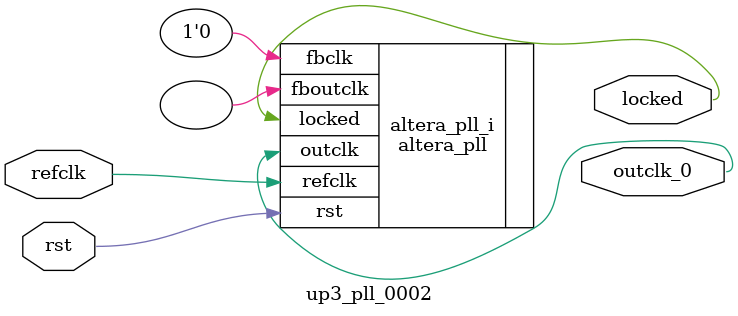
<source format=v>
`timescale 1ns/10ps
module  up3_pll_0002(

	// interface 'refclk'
	input wire refclk,

	// interface 'reset'
	input wire rst,

	// interface 'outclk0'
	output wire outclk_0,

	// interface 'locked'
	output wire locked
);

	altera_pll #(
		.fractional_vco_multiplier("false"),
		.reference_clock_frequency("50.0 MHz"),
		.operation_mode("direct"),
		.number_of_clocks(1),
		.output_clock_frequency0("100.000000 MHz"),
		.phase_shift0("0 ps"),
		.duty_cycle0(50),
		.output_clock_frequency1("0 MHz"),
		.phase_shift1("0 ps"),
		.duty_cycle1(50),
		.output_clock_frequency2("0 MHz"),
		.phase_shift2("0 ps"),
		.duty_cycle2(50),
		.output_clock_frequency3("0 MHz"),
		.phase_shift3("0 ps"),
		.duty_cycle3(50),
		.output_clock_frequency4("0 MHz"),
		.phase_shift4("0 ps"),
		.duty_cycle4(50),
		.output_clock_frequency5("0 MHz"),
		.phase_shift5("0 ps"),
		.duty_cycle5(50),
		.output_clock_frequency6("0 MHz"),
		.phase_shift6("0 ps"),
		.duty_cycle6(50),
		.output_clock_frequency7("0 MHz"),
		.phase_shift7("0 ps"),
		.duty_cycle7(50),
		.output_clock_frequency8("0 MHz"),
		.phase_shift8("0 ps"),
		.duty_cycle8(50),
		.output_clock_frequency9("0 MHz"),
		.phase_shift9("0 ps"),
		.duty_cycle9(50),
		.output_clock_frequency10("0 MHz"),
		.phase_shift10("0 ps"),
		.duty_cycle10(50),
		.output_clock_frequency11("0 MHz"),
		.phase_shift11("0 ps"),
		.duty_cycle11(50),
		.output_clock_frequency12("0 MHz"),
		.phase_shift12("0 ps"),
		.duty_cycle12(50),
		.output_clock_frequency13("0 MHz"),
		.phase_shift13("0 ps"),
		.duty_cycle13(50),
		.output_clock_frequency14("0 MHz"),
		.phase_shift14("0 ps"),
		.duty_cycle14(50),
		.output_clock_frequency15("0 MHz"),
		.phase_shift15("0 ps"),
		.duty_cycle15(50),
		.output_clock_frequency16("0 MHz"),
		.phase_shift16("0 ps"),
		.duty_cycle16(50),
		.output_clock_frequency17("0 MHz"),
		.phase_shift17("0 ps"),
		.duty_cycle17(50),
		.pll_type("General"),
		.pll_subtype("General")
	) altera_pll_i (
		.rst	(rst),
		.outclk	({outclk_0}),
		.locked	(locked),
		.fboutclk	( ),
		.fbclk	(1'b0),
		.refclk	(refclk)
	);
endmodule


</source>
